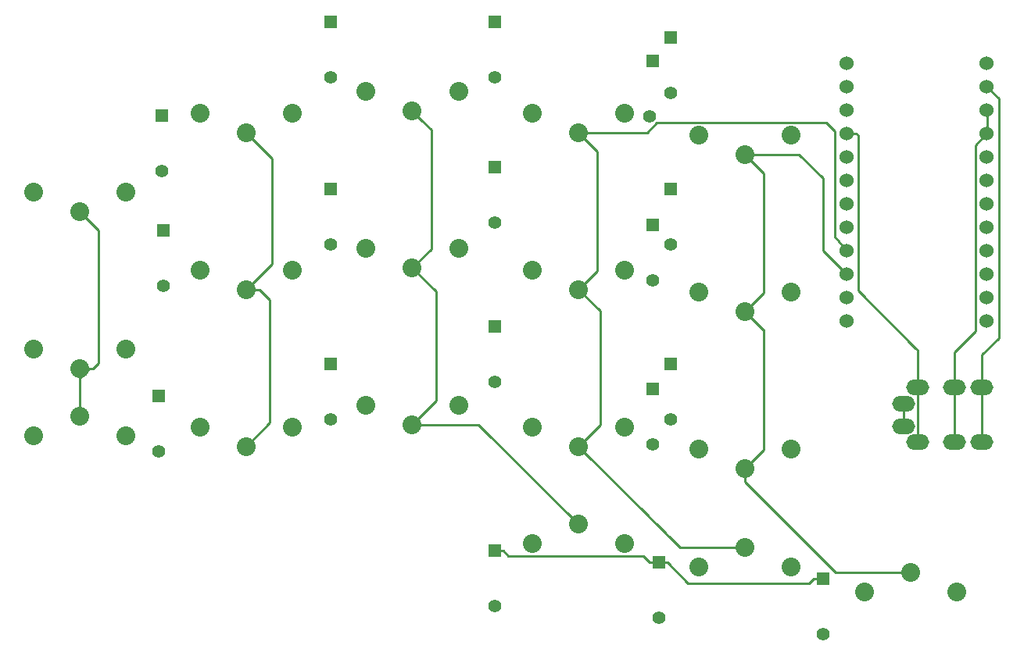
<source format=gtl>
G04 #@! TF.GenerationSoftware,KiCad,Pcbnew,(5.1.5-0-10_14)*
G04 #@! TF.CreationDate,2020-06-02T16:03:12+01:00*
G04 #@! TF.ProjectId,crabby,63726162-6279-42e6-9b69-6361645f7063,2.1*
G04 #@! TF.SameCoordinates,Original*
G04 #@! TF.FileFunction,Copper,L1,Top*
G04 #@! TF.FilePolarity,Positive*
%FSLAX46Y46*%
G04 Gerber Fmt 4.6, Leading zero omitted, Abs format (unit mm)*
G04 Created by KiCad (PCBNEW (5.1.5-0-10_14)) date 2020-06-02 16:03:12*
%MOMM*%
%LPD*%
G04 APERTURE LIST*
%ADD10C,2.032000*%
%ADD11C,1.397000*%
%ADD12R,1.397000X1.397000*%
%ADD13C,1.524000*%
%ADD14O,2.500000X1.700000*%
%ADD15C,0.250000*%
G04 APERTURE END LIST*
D10*
X116000000Y-79420000D03*
X111000000Y-81520000D03*
X121000000Y-81520000D03*
X116000000Y-70820000D03*
X111000000Y-68720000D03*
X121000000Y-68720000D03*
D11*
X108000000Y-65545000D03*
D12*
X108000000Y-59545000D03*
D10*
X98000000Y-76880000D03*
X93000000Y-78980000D03*
X103000000Y-78980000D03*
X139000000Y-84200000D03*
X129000000Y-84200000D03*
X134000000Y-82100000D03*
D13*
X127011400Y-26922000D03*
X127011400Y-29462000D03*
X127011400Y-32002000D03*
X127011400Y-34542000D03*
X127011400Y-37082000D03*
X127011400Y-39622000D03*
X127011400Y-42162000D03*
X127011400Y-44702000D03*
X127011400Y-47242000D03*
X127011400Y-49782000D03*
X127011400Y-52322000D03*
X127011400Y-54862000D03*
X142231400Y-54862000D03*
X142231400Y-52322000D03*
X142231400Y-49782000D03*
X142231400Y-47242000D03*
X142231400Y-44702000D03*
X142231400Y-42162000D03*
X142231400Y-39622000D03*
X142231400Y-37082000D03*
X142231400Y-34542000D03*
X142231400Y-32002000D03*
X142231400Y-29462000D03*
X142231400Y-26922000D03*
D10*
X98000000Y-68445000D03*
X93000000Y-66345000D03*
X103000000Y-66345000D03*
X80000000Y-66070000D03*
X75000000Y-63970000D03*
X85000000Y-63970000D03*
X62000000Y-68445000D03*
X57000000Y-66345000D03*
X67000000Y-66345000D03*
X49000000Y-67305000D03*
X39000000Y-67305000D03*
X44000000Y-65205000D03*
X116000000Y-53820000D03*
X111000000Y-51720000D03*
X121000000Y-51720000D03*
X98000000Y-51440000D03*
X93000000Y-49340000D03*
X103000000Y-49340000D03*
X80000000Y-49070000D03*
X75000000Y-46970000D03*
X85000000Y-46970000D03*
X62000000Y-51440000D03*
X57000000Y-49340000D03*
X67000000Y-49340000D03*
X49000000Y-57900000D03*
X39000000Y-57900000D03*
X44000000Y-60000000D03*
X116000000Y-36820000D03*
X111000000Y-34720000D03*
X121000000Y-34720000D03*
X98000000Y-34440000D03*
X93000000Y-32340000D03*
X103000000Y-32340000D03*
X85000000Y-29980000D03*
X75000000Y-29980000D03*
X80000000Y-32080000D03*
X62000000Y-34440000D03*
X57000000Y-32340000D03*
X67000000Y-32340000D03*
X49000000Y-40900000D03*
X39000000Y-40900000D03*
X44000000Y-43000000D03*
D14*
X133200000Y-63790000D03*
X134700000Y-67990000D03*
X138700000Y-67990000D03*
X141700000Y-67990000D03*
X138700000Y-62040000D03*
X141700000Y-62040000D03*
X133200000Y-66240000D03*
X134700000Y-62040000D03*
D11*
X52840000Y-38560000D03*
D12*
X52840000Y-32560000D03*
X71120000Y-22400000D03*
D11*
X71120000Y-28400000D03*
X88900000Y-28400000D03*
D12*
X88900000Y-22400000D03*
D11*
X105680000Y-32670000D03*
D12*
X106000000Y-26670000D03*
D11*
X107950000Y-30130000D03*
D12*
X107950000Y-24130000D03*
D11*
X53070000Y-51060000D03*
D12*
X53070000Y-45060000D03*
X71120000Y-40545000D03*
D11*
X71120000Y-46545000D03*
X88900000Y-44170000D03*
D12*
X88900000Y-38170000D03*
D11*
X106000000Y-50450000D03*
D12*
X106000000Y-44450000D03*
D11*
X108000000Y-46545000D03*
D12*
X108000000Y-40545000D03*
D11*
X52570000Y-68995000D03*
D12*
X52570000Y-62995000D03*
D11*
X71120000Y-65545000D03*
D12*
X71120000Y-59545000D03*
X88900000Y-55420000D03*
D11*
X88900000Y-61420000D03*
X106000000Y-68230000D03*
D12*
X106000000Y-62230000D03*
D11*
X88900000Y-85780000D03*
D12*
X88900000Y-79780000D03*
D11*
X106680000Y-87050000D03*
D12*
X106680000Y-81050000D03*
D11*
X124460000Y-88780000D03*
D12*
X124460000Y-82780000D03*
D15*
X105731500Y-81050000D02*
X106680000Y-81050000D01*
X105002501Y-80321001D02*
X105731500Y-81050000D01*
X89848500Y-79780000D02*
X90389501Y-80321001D01*
X90389501Y-80321001D02*
X105002501Y-80321001D01*
X88900000Y-79780000D02*
X89848500Y-79780000D01*
X109858999Y-83280499D02*
X123011001Y-83280499D01*
X123511500Y-82780000D02*
X124460000Y-82780000D01*
X107628500Y-81050000D02*
X109858999Y-83280499D01*
X123011001Y-83280499D02*
X123511500Y-82780000D01*
X106680000Y-81050000D02*
X107628500Y-81050000D01*
X142276400Y-34542000D02*
X142276400Y-32983600D01*
X142276400Y-32983600D02*
X142276400Y-33272000D01*
X142276400Y-32002000D02*
X142276400Y-32983600D01*
X142231400Y-34542000D02*
X140970000Y-35803400D01*
X140970000Y-55950000D02*
X139450000Y-57470000D01*
X140980000Y-52660000D02*
X140970000Y-55950000D01*
X140970000Y-35803400D02*
X140980000Y-52660000D01*
X138700000Y-58220000D02*
X138700000Y-62040000D01*
X139450000Y-57470000D02*
X138700000Y-58220000D01*
X138700000Y-62040000D02*
X138700000Y-67990000D01*
X127056400Y-34542000D02*
X128134030Y-34542000D01*
X128089030Y-34542000D02*
X128270000Y-34722970D01*
X127011400Y-34542000D02*
X128089030Y-34542000D01*
X128270000Y-51570000D02*
X134480000Y-57780000D01*
X128270000Y-34722970D02*
X128270000Y-51570000D01*
X134700000Y-58000000D02*
X134700000Y-62040000D01*
X134480000Y-57780000D02*
X134700000Y-58000000D01*
X134700000Y-66890000D02*
X134700000Y-67990000D01*
X134775010Y-66814990D02*
X134700000Y-66890000D01*
X134775010Y-63215010D02*
X134775010Y-66814990D01*
X134700000Y-63140000D02*
X134775010Y-63215010D01*
X134700000Y-62040000D02*
X134700000Y-63140000D01*
X45015999Y-59994001D02*
X44000000Y-61010000D01*
X46039501Y-59397339D02*
X46039501Y-58739501D01*
X46039501Y-58739501D02*
X46039501Y-58970499D01*
X45436840Y-60000000D02*
X46039501Y-59397339D01*
X44000000Y-60000000D02*
X45436840Y-60000000D01*
X46039501Y-46049501D02*
X46039501Y-58100499D01*
X46039501Y-59397339D02*
X46039501Y-58100499D01*
X46039501Y-58100499D02*
X46039501Y-58739501D01*
X46039501Y-45039501D02*
X44000000Y-43000000D01*
X46039501Y-46049501D02*
X46039501Y-45039501D01*
X44000000Y-60000000D02*
X44000000Y-61436840D01*
X44000000Y-60000000D02*
X44000000Y-65205000D01*
X64770000Y-37210000D02*
X63015999Y-35455999D01*
X63015999Y-35455999D02*
X62000000Y-34440000D01*
X64770000Y-48670000D02*
X64770000Y-37210000D01*
X62000000Y-51440000D02*
X64770000Y-48670000D01*
X64587500Y-52590660D02*
X64587500Y-65857500D01*
X62000000Y-51440000D02*
X63436840Y-51440000D01*
X63436840Y-51440000D02*
X64587500Y-52590660D01*
X62000000Y-68445000D02*
X64587500Y-65857500D01*
X82039501Y-34119501D02*
X81015999Y-33095999D01*
X81015999Y-33095999D02*
X80000000Y-32080000D01*
X82039501Y-47030499D02*
X82039501Y-34119501D01*
X80000000Y-49070000D02*
X82039501Y-47030499D01*
X80000000Y-49070000D02*
X82550000Y-51620000D01*
X82550000Y-63520000D02*
X80000000Y-66070000D01*
X82550000Y-51620000D02*
X82550000Y-63520000D01*
X87190000Y-66070000D02*
X98000000Y-76880000D01*
X80000000Y-66070000D02*
X87190000Y-66070000D01*
X99015999Y-35455999D02*
X98000000Y-34440000D01*
X100039501Y-36479501D02*
X99015999Y-35455999D01*
X100039501Y-49400499D02*
X100039501Y-36479501D01*
X98000000Y-51440000D02*
X100039501Y-49400499D01*
X98000000Y-51440000D02*
X100330000Y-53770000D01*
X100330000Y-66115000D02*
X98000000Y-68445000D01*
X100330000Y-53770000D02*
X100330000Y-66115000D01*
X127011400Y-47242000D02*
X125730000Y-45720000D01*
X98000000Y-68445000D02*
X105582500Y-76027500D01*
X99436840Y-34440000D02*
X98000000Y-34440000D01*
X105424782Y-34440000D02*
X99436840Y-34440000D01*
X106485783Y-33378999D02*
X105424782Y-34440000D01*
X124818999Y-33378999D02*
X106485783Y-33378999D01*
X125730000Y-34290000D02*
X124818999Y-33378999D01*
X125730000Y-45720000D02*
X125730000Y-34290000D01*
X98000000Y-68445000D02*
X107475000Y-77920000D01*
X108975000Y-79420000D02*
X116000000Y-79420000D01*
X98000000Y-68445000D02*
X108975000Y-79420000D01*
X118039501Y-68780499D02*
X118039501Y-55809501D01*
X116000000Y-70820000D02*
X118039501Y-68780499D01*
X117989501Y-55809501D02*
X116000000Y-53820000D01*
X118039501Y-55809501D02*
X117989501Y-55809501D01*
X118060000Y-55880000D02*
X116000000Y-53820000D01*
X116000000Y-36820000D02*
X121910000Y-36820000D01*
X121910000Y-36820000D02*
X124460000Y-39370000D01*
X126294401Y-49020001D02*
X127056400Y-49782000D01*
X125924399Y-48694999D02*
X125969399Y-48694999D01*
X125969399Y-48694999D02*
X126294401Y-49020001D01*
X124460000Y-39370000D02*
X124460000Y-47230600D01*
X124460000Y-47230600D02*
X125924399Y-48694999D01*
X117015999Y-52804001D02*
X116000000Y-53820000D01*
X118039501Y-51780499D02*
X117015999Y-52804001D01*
X118039501Y-38859501D02*
X118039501Y-51780499D01*
X116000000Y-36820000D02*
X118039501Y-38859501D01*
X132563160Y-82100000D02*
X134000000Y-82100000D01*
X125843160Y-82100000D02*
X132563160Y-82100000D01*
X116000000Y-72256840D02*
X125843160Y-82100000D01*
X116000000Y-70820000D02*
X116000000Y-72256840D01*
X142231400Y-29462000D02*
X143510000Y-30740600D01*
X143510000Y-30740600D02*
X143510000Y-56690000D01*
X141700000Y-58500000D02*
X141700000Y-62040000D01*
X143510000Y-56690000D02*
X141700000Y-58500000D01*
X141700000Y-62040000D02*
X141700000Y-67990000D01*
X133200000Y-63790000D02*
X133200000Y-66240000D01*
M02*

</source>
